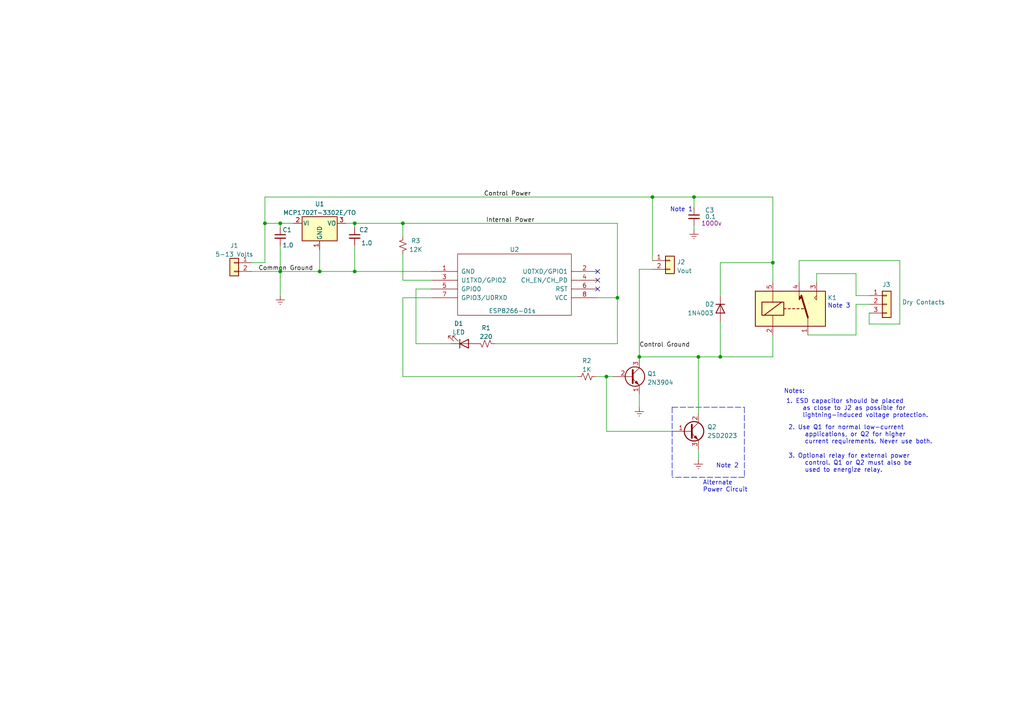
<source format=kicad_sch>
(kicad_sch (version 20211123) (generator eeschema)
  (paper "A4")
  (title_block (title "Run Time Limiter") (date "2023-08-16") (rev "3.0") (company "OmniTronics"))
  (lib_symbols
    (symbol "AZ7029ZTR-E1:2N3904" (pin_names (offset 0) hide)
      (property "Reference" "Q" (at 5.08 1.905 0))
      (property "Value" "2N3904" (at 5.08 0 0))
      (symbol "2N3904_0_1"
        (polyline (pts (xy 0.635 0.635) (xy 2.54 2.54)))
        (polyline (pts (xy 0.635 -0.635) (xy 2.54 -2.54) (xy 2.54 -2.54)))
        (polyline (pts (xy 0.635 1.905) (xy 0.635 -1.905) (xy 0.635 -1.905)) (stroke (width 0.508)))
        (polyline (pts (xy 1.27 -1.778) (xy 1.778 -1.27) (xy 2.286 -2.286) (xy 1.27 -1.778) (xy 1.27 -1.778)) (fill (type outline)))
        (circle (center 1.27 0) (radius 2.8194) (stroke (width 0.254)))
      )
      (symbol "2N3904_1_1"
        (pin passive line (at 2.54 -5.08 90) (length 2.54) (name "E") (number "1"))
        (pin passive line (at -5.08 0 0) (length 5.715) (name "B") (number "2"))
        (pin passive line (at 2.54 5.08 270) (length 2.54) (name "C") (number "3"))
      )
    )
    (symbol "Connector_Generic:Conn_01x03" (pin_names (offset 1.016) hide)
      (property "Reference" "J" (at 0 5.08 0))
      (property "Value" "Conn_01x03" (at 0 -5.08 0))
      (symbol "Conn_01x03_1_1"
        (rectangle (start -1.27 -2.413) (end 0 -2.667) (stroke (width 0.1524)))
        (rectangle (start -1.27 0.127) (end 0 -0.127) (stroke (width 0.1524)))
        (rectangle (start -1.27 2.667) (end 0 2.413) (stroke (width 0.1524)))
        (rectangle (start -1.27 3.81) (end 1.27 -3.81) (stroke (width 0.254)) (fill (type background)))
        (pin passive line (at -5.08 2.54 0) (length 3.81) (name "Pin_1") (number "1"))
        (pin passive line (at -5.08 0 0) (length 3.81) (name "Pin_2") (number "2"))
        (pin passive line (at -5.08 -2.54 0) (length 3.81) (name "Pin_3") (number "3"))
      )
    )
    (symbol "Connector_TH_Headers:Conn_01x02" (pin_names (offset 1.016) hide)
      (property "Reference" "J" (at 0 2.54 0))
      (property "Value" "Conn_01x02" (at 0 -5.08 0))
      (symbol "Conn_01x02_1_1"
        (rectangle (start -1.27 -2.413) (end 0 -2.667) (stroke (width 0.1524)))
        (rectangle (start -1.27 0.127) (end 0 -0.127) (stroke (width 0.1524)))
        (rectangle (start -1.27 1.27) (end 1.27 -3.81) (stroke (width 0.254)) (fill (type background)))
        (pin passive line (at -5.08 0 0) (length 3.81) (name "Pin_1") (number "1"))
        (pin passive line (at -5.08 -2.54 0) (length 3.81) (name "Pin_2") (number "2"))
      )
    )
    (symbol "Device:C_Small" (pin_numbers hide) (pin_names (offset 0.254) hide)
      (property "Reference" "C" (at 0.254 1.778 0))
      (property "Value" "C_Small" (at 0.254 -2.032 0))
      (symbol "C_Small_0_1"
        (polyline (pts (xy -1.524 -0.508) (xy 1.524 -0.508)) (stroke (width 0.3302)))
        (polyline (pts (xy -1.524 0.508) (xy 1.524 0.508)) (stroke (width 0.3048)))
      )
      (symbol "C_Small_1_1"
        (pin passive line (at 0 2.54 270) (length 2.032) (name "~") (number "1"))
        (pin passive line (at 0 -2.54 90) (length 2.032) (name "~") (number "2"))
      )
    )
    (symbol "Device:LED" (pin_numbers hide) (pin_names (offset 1.016) hide)
      (property "Reference" "D" (at 0 2.54 0))
      (property "Value" "LED" (at 0 -2.54 0))
      (symbol "LED_0_1"
        (polyline (pts (xy -1.27 -1.27) (xy -1.27 1.27)) (stroke (width 0.254)))
        (polyline (pts (xy -1.27 0) (xy 1.27 0)))
        (polyline (pts (xy 1.27 -1.27) (xy 1.27 1.27) (xy -1.27 0) (xy 1.27 -1.27)) (stroke (width 0.254)))
        (polyline (pts (xy -3.048 -0.762) (xy -4.572 -2.286) (xy -3.81 -2.286) (xy -4.572 -2.286) (xy -4.572 -1.524)))
        (polyline (pts (xy -1.778 -0.762) (xy -3.302 -2.286) (xy -2.54 -2.286) (xy -3.302 -2.286) (xy -3.302 -1.524)))
      )
      (symbol "LED_1_1"
        (pin passive line (at -3.81 0 0) (length 2.54) (name "K") (number "1"))
        (pin passive line (at 3.81 0 180) (length 2.54) (name "A") (number "2"))
      )
    )
    (symbol "Device:R_Small_US" (pin_numbers hide) (pin_names (offset 0.254) hide)
      (property "Reference" "R" (at 0.762 0.508 0))
      (property "Value" "R_Small_US" (at 0.762 -1.016 0))
      (symbol "R_Small_US_1_1"
        (polyline (pts (xy 0 0) (xy 1.016 -0.381) (xy 0 -0.762) (xy -1.016 -1.143) (xy 0 -1.524)))
        (polyline (pts (xy 0 1.524) (xy 1.016 1.143) (xy 0 0.762) (xy -1.016 0.381) (xy 0 0)))
        (pin passive line (at 0 2.54 270) (length 1.016) (name "~") (number "1"))
        (pin passive line (at 0 -2.54 90) (length 1.016) (name "~") (number "2"))
      )
    )
    (symbol "Diode:1N4003" (pin_numbers hide) (pin_names hide)
      (property "Reference" "D" (at 0 2.54 0))
      (property "Value" "1N4003" (at 0 -2.54 0))
      (symbol "1N4003_0_1"
        (polyline (pts (xy -1.27 1.27) (xy -1.27 -1.27)) (stroke (width 0.254)))
        (polyline (pts (xy 1.27 0) (xy -1.27 0)))
        (polyline (pts (xy 1.27 1.27) (xy 1.27 -1.27) (xy -1.27 0) (xy 1.27 1.27)) (stroke (width 0.254)))
      )
      (symbol "1N4003_1_1"
        (pin passive line (at -3.81 0 0) (length 2.54) (name "K") (number "1"))
        (pin passive line (at 3.81 0 180) (length 2.54) (name "A") (number "2"))
      )
    )
    (symbol "ESP8266:ESP8266-01s" (pin_names (offset 1.016))
      (property "Reference" "U" (at -1.905 7.62 0))
      (property "Value" "ESP8266-01s" (at 0 -6.985 0))
      (symbol "ESP8266-01s_1_0"
        (rectangle (start -16.51 -8.89) (end 16.51 8.89))
      )
      (symbol "ESP8266-01s_1_1"
        (pin power_in line (at -24.13 3.81 0) (length 7.62) (name "GND") (number "1"))
        (pin bidirectional line (at 24.13 3.81 180) (length 7.62) (name "U0TXD/GPIO1") (number "2"))
        (pin bidirectional line (at -24.13 1.27 0) (length 7.62) (name "U1TXD/GPIO2") (number "3"))
        (pin input line (at 24.13 1.27 180) (length 7.62) (name "CH_EN/CH_PD") (number "4"))
        (pin bidirectional line (at -24.13 -1.27 0) (length 7.62) (name "GPIO0") (number "5"))
        (pin input line (at 24.13 -1.27 180) (length 7.62) (name "RST") (number "6"))
        (pin bidirectional line (at -24.13 -3.81 0) (length 7.62) (name "GPIO3/U0RXD") (number "7"))
        (pin power_in line (at 24.13 -3.81 180) (length 7.62) (name "VCC") (number "8"))
      )
    )
    (symbol "Regulator_Linear:MCP1700x-330xxTO" (pin_names (offset 0.254))
      (property "Reference" "U" (at -3.81 -3.175 0))
      (property "Value" "MCP1700x-330xxTO" (at 0 -3.175 0))
      (symbol "MCP1700x-330xxTO_0_1"
        (rectangle (start -5.08 5.08) (end 5.08 -1.905) (stroke (width 0.254)) (fill (type background)))
      )
      (symbol "MCP1700x-330xxTO_1_1"
        (pin power_in line (at 0 7.62 270) (length 2.54) (name "GND") (number "1"))
        (pin power_in line (at -7.62 0 0) (length 2.54) (name "VI") (number "2"))
        (pin power_out line (at 7.62 0 180) (length 2.54) (name "VO") (number "3"))
      )
    )
    (symbol "Relay:SANYOU_SRD_Form_C"
      (property "Reference" "K" (at 11.43 3.81 0))
      (property "Value" "SANYOU_SRD_Form_C" (at 11.43 1.27 0))
      (symbol "SANYOU_SRD_Form_C_0_0"
        (polyline (pts (xy 7.62 5.08) (xy 7.62 2.54) (xy 6.985 3.175) (xy 7.62 3.81)))
      )
      (symbol "SANYOU_SRD_Form_C_0_1"
        (rectangle (start -10.16 5.08) (end 10.16 -5.08) (stroke (width 0.254)) (fill (type background)))
        (rectangle (start -8.255 1.905) (end -1.905 -1.905) (stroke (width 0.254)))
        (polyline (pts (xy -7.62 -1.905) (xy -2.54 1.905)) (stroke (width 0.254)))
        (polyline (pts (xy -5.08 -5.08) (xy -5.08 -1.905)))
        (polyline (pts (xy -5.08 5.08) (xy -5.08 1.905)))
        (polyline (pts (xy -1.905 0) (xy -1.27 0)) (stroke (width 0.254)))
        (polyline (pts (xy -0.635 0) (xy 0 0)) (stroke (width 0.254)))
        (polyline (pts (xy 0.635 0) (xy 1.27 0)) (stroke (width 0.254)))
        (polyline (pts (xy 1.905 0) (xy 2.54 0)) (stroke (width 0.254)))
        (polyline (pts (xy 3.175 0) (xy 3.81 0)) (stroke (width 0.254)))
        (polyline (pts (xy 5.08 -2.54) (xy 3.175 3.81)) (stroke (width 0.508)))
        (polyline (pts (xy 5.08 -2.54) (xy 5.08 -5.08)))
      )
      (symbol "SANYOU_SRD_Form_C_1_1"
        (polyline (pts (xy 2.54 3.81) (xy 3.175 3.175) (xy 2.54 2.54) (xy 2.54 5.08)) (fill (type outline)))
        (pin passive line (at 5.08 -7.62 90) (length 2.54) (name "~") (number "1"))
        (pin passive line (at -5.08 -7.62 90) (length 2.54) (name "~") (number "2"))
        (pin passive line (at 7.62 7.62 270) (length 2.54) (name "~") (number "3"))
        (pin passive line (at 2.54 7.62 270) (length 2.54) (name "~") (number "4"))
        (pin passive line (at -5.08 7.62 270) (length 2.54) (name "~") (number "5"))
      )
    )
    (symbol "Transistor_BJT:2SC1945" (pin_names (offset 0) hide)
      (property "Reference" "Q1(alt)" (at 5.08 1.27 0))
      (property "Value" "2SD2023" (at 5.08 -1.27 0))
      (symbol "2SC1945_0_1"
        (polyline (pts (xy 0 0) (xy 0.635 0)))
        (polyline (pts (xy 2.54 2.54) (xy 0.635 0.635)))
        (polyline (pts (xy 0.635 1.905) (xy 0.635 -1.905) (xy 0.635 -1.905)) (stroke (width 0.508)))
        (polyline (pts (xy 2.286 -2.286) (xy 1.778 -1.778) (xy 1.778 -1.778)))
        (polyline (pts (xy 2.54 -2.54) (xy 0.635 -0.635) (xy 1.27 -1.27)) (fill (type outline)))
        (polyline (pts (xy 1.27 -1.778) (xy 1.778 -1.27) (xy 2.286 -2.286) (xy 1.27 -1.778) (xy 1.27 -1.778)) (fill (type outline)))
        (circle (center 1.27 0) (radius 2.8194) (stroke (width 0.3048)))
      )
      (symbol "2SC1945_1_1"
        (pin input line (at -5.08 0 0) (length 5.08) (name "B") (number "1"))
        (pin passive line (at 2.54 5.08 270) (length 2.54) (name "C") (number "2"))
        (pin passive line (at 2.54 -5.08 90) (length 2.54) (name "E") (number "3"))
      )
    )
    (symbol "power:GNDREF" (power) (pin_names (offset 0))
      (property "Value" "GNDREF" (at 0 -3.81 0))
      (symbol "GNDREF_0_1"
        (polyline (pts (xy -0.635 -1.905) (xy 0.635 -1.905)))
        (polyline (pts (xy -0.127 -2.54) (xy 0.127 -2.54)))
        (polyline (pts (xy 0 -1.27) (xy 0 0)))
        (polyline (pts (xy 1.27 -1.27) (xy -1.27 -1.27)))
      )
      (symbol "GNDREF_1_1"
        (pin power_in line (at 0 0 270) (length 0) hide (name "GNDREF") (number "1"))
      )
    )
  )
  (junction (at 201.295 57.15))
  (junction (at 189.23 57.15))
  (junction (at 175.895 109.22))
  (junction (at 208.915 103.505))
  (junction (at 81.28 64.77))
  (junction (at 116.84 64.77))
  (junction (at 179.07 86.36))
  (junction (at 76.835 64.77))
  (junction (at 92.71 78.74))
  (junction (at 81.28 78.74))
  (junction (at 185.42 103.505))
  (junction (at 102.87 78.74))
  (junction (at 202.565 103.505))
  (junction (at 224.155 76.2))
  (junction (at 102.87 64.77))
  (no_connect (at 173.355 81.28))
  (no_connect (at 173.355 78.74))
  (no_connect (at 173.355 83.82))
  (wire (pts (xy 224.155 97.155) (xy 224.155 103.505)))
  (wire (pts (xy 252.095 93.98) (xy 260.985 93.98)))
  (wire (pts (xy 236.855 81.915) (xy 236.855 79.375)))
  (wire (pts (xy 73.025 76.2) (xy 76.835 76.2)))
  (wire (pts (xy 194.945 125.095) (xy 175.895 125.095)))
  (wire (pts (xy 102.87 71.12) (xy 102.87 78.74)))
  (wire (pts (xy 76.835 64.77) (xy 81.28 64.77)))
  (wire (pts (xy 120.65 99.695) (xy 120.65 83.82)))
  (wire (pts (xy 130.81 99.695) (xy 120.65 99.695)))
  (wire (pts (xy 252.095 90.805) (xy 252.095 93.98)))
  (wire (pts (xy 248.285 85.725) (xy 252.095 85.725)))
  (wire (pts (xy 102.87 64.77) (xy 102.87 66.04)))
  (wire (pts (xy 208.915 85.725) (xy 208.915 76.2)))
  (wire (pts (xy 189.23 78.105) (xy 185.42 78.105)))
  (wire (pts (xy 248.285 79.375) (xy 248.285 85.725)))
  (wire (pts (xy 185.42 103.505) (xy 185.42 104.14)))
  (wire (pts (xy 116.84 64.77) (xy 179.07 64.77)))
  (wire (pts (xy 260.985 93.98) (xy 260.985 75.565)))
  (wire (pts (xy 120.65 83.82) (xy 125.095 83.82)))
  (wire (pts (xy 125.095 81.28) (xy 116.84 81.28)))
  (polyline (pts (xy 194.945 118.11) (xy 215.9 118.11)))
  (wire (pts (xy 260.985 75.565) (xy 231.775 75.565)))
  (wire (pts (xy 116.84 64.77) (xy 116.84 68.58)))
  (wire (pts (xy 81.28 71.12) (xy 81.28 78.74)))
  (wire (pts (xy 175.895 125.095) (xy 175.895 109.22)))
  (wire (pts (xy 175.895 109.22) (xy 177.8 109.22)))
  (wire (pts (xy 92.71 78.74) (xy 102.87 78.74)))
  (wire (pts (xy 231.775 75.565) (xy 231.775 81.915)))
  (wire (pts (xy 224.155 81.915) (xy 224.155 76.2)))
  (wire (pts (xy 202.565 120.015) (xy 202.565 103.505)))
  (wire (pts (xy 179.07 86.36) (xy 179.07 64.77)))
  (wire (pts (xy 167.64 109.22) (xy 116.84 109.22)))
  (wire (pts (xy 116.84 109.22) (xy 116.84 86.36)))
  (wire (pts (xy 236.855 79.375) (xy 248.285 79.375)))
  (polyline (pts (xy 194.945 118.11) (xy 194.945 138.43)))
  (wire (pts (xy 208.915 103.505) (xy 224.155 103.505)))
  (wire (pts (xy 116.84 86.36) (xy 125.095 86.36)))
  (wire (pts (xy 248.285 97.155) (xy 248.285 88.265)))
  (wire (pts (xy 201.295 57.15) (xy 224.155 57.15)))
  (wire (pts (xy 202.565 103.505) (xy 185.42 103.505)))
  (wire (pts (xy 234.315 97.155) (xy 248.285 97.155)))
  (wire (pts (xy 76.835 57.15) (xy 76.835 64.77)))
  (wire (pts (xy 202.565 130.175) (xy 202.565 133.35)))
  (wire (pts (xy 143.51 99.695) (xy 179.07 99.695)))
  (wire (pts (xy 173.355 86.36) (xy 179.07 86.36)))
  (wire (pts (xy 202.565 103.505) (xy 208.915 103.505)))
  (wire (pts (xy 92.71 72.39) (xy 92.71 78.74)))
  (wire (pts (xy 189.23 57.15) (xy 76.835 57.15)))
  (wire (pts (xy 81.28 78.74) (xy 92.71 78.74)))
  (wire (pts (xy 189.23 75.565) (xy 189.23 57.15)))
  (wire (pts (xy 76.835 76.2) (xy 76.835 64.77)))
  (wire (pts (xy 224.155 76.2) (xy 224.155 57.15)))
  (wire (pts (xy 185.42 78.105) (xy 185.42 103.505)))
  (polyline (pts (xy 215.9 118.11) (xy 215.9 138.43)))
  (wire (pts (xy 73.025 78.74) (xy 81.28 78.74)))
  (wire (pts (xy 201.295 65.405) (xy 201.295 66.675)))
  (wire (pts (xy 100.33 64.77) (xy 102.87 64.77)))
  (wire (pts (xy 81.28 64.77) (xy 85.09 64.77)))
  (wire (pts (xy 102.87 78.74) (xy 125.095 78.74)))
  (wire (pts (xy 81.28 78.74) (xy 81.28 85.725)))
  (wire (pts (xy 102.87 64.77) (xy 116.84 64.77)))
  (wire (pts (xy 248.285 88.265) (xy 252.095 88.265)))
  (wire (pts (xy 201.295 57.15) (xy 189.23 57.15)))
  (wire (pts (xy 201.295 57.15) (xy 201.295 60.325)))
  (wire (pts (xy 81.28 64.77) (xy 81.28 66.04)))
  (wire (pts (xy 208.915 93.345) (xy 208.915 103.505)))
  (wire (pts (xy 172.72 109.22) (xy 175.895 109.22)))
  (wire (pts (xy 116.84 81.28) (xy 116.84 73.66)))
  (wire (pts (xy 179.07 99.695) (xy 179.07 86.36)))
  (polyline (pts (xy 215.9 138.43) (xy 194.945 138.43)))
  (wire (pts (xy 185.42 114.3) (xy 185.42 118.11)))
  (wire (pts (xy 208.915 76.2) (xy 224.155 76.2)))
  (text "Note 3" (at 240.03 89.535 0) (effects (font (size 1.27 1.27)) (justify left bottom)))
  (text "Notes:" (at 227.33 114.3 0) (effects (font (size 1.27 1.27)) (justify left bottom)))
  (text "3. Optional relay for external power \n	control. Q1 or Q2 must also be \n	used to energize relay." (at 228.6 137.16 0) (effects (font (size 1.27 1.27)) (justify left bottom)))
  (text "1. ESD capacitor should be placed\n	as close to J2 as possible for\n	lightning-induced voltage protection." (at 227.965 121.285 0) (effects (font (size 1.27 1.27)) (justify left bottom)))
  (text "Alternate\nPower Circuit" (at 203.835 142.875 0) (effects (font (size 1.27 1.27)) (justify left bottom)))
  (text "Note 1" (at 194.31 61.595 0) (effects (font (size 1.27 1.27)) (justify left bottom)))
  (text "Note 2" (at 207.645 135.89 0) (effects (font (size 1.27 1.27)) (justify left bottom)))
  (text "2. Use Q1 for normal low-current \n	applications, or Q2 for higher\n	current requirements. Never use both." (at 228.6 128.905 0) (effects (font (size 1.27 1.27)) (justify left bottom)))
  (label "Control Ground" (at 185.42 100.965 0))
  (label "Common Ground" (at 74.93 78.74 0))
  (label "Internal Power" (at 140.97 64.77 0))
  (label "Control Power" (at 140.335 57.15 0))
  (symbol (lib_id "AZ7029ZTR-E1:2N3904") (at 182.88 109.22 0) (unit 1)
    (property "Reference" "Q1" (at 187.7314 108.3853 0) (effects (justify left)))
    (property "Value" "2N3904" (at 187.7314 110.9222 0) (effects (justify left)))
    (property "Footprint" "Package_TO_SOT_THT:TO-92_Inline" (effects hide))
    (property "Datasheet" "https://www.onsemi.com/pub/Collateral/2N3903-D.PDF" (effects hide))
  )
  (symbol (lib_id "power:GNDREF") (at 81.28 85.725 0) (unit 1)
    (property "Reference" "#PWR0101" (effects hide))
    (property "Value" "GNDREF" (effects hide))
  )
  (symbol (lib_id "Regulator_Linear:MCP1700x-330xxTO") (at 92.71 64.77 0) (mirror x) (unit 1)
    (property "Reference" "U1" (at 92.71 59.1652 0))
    (property "Value" "MCP1702T-3302E/TO" (at 92.71 61.7021 0))
    (property "Footprint" "Package_TO_SOT_THT:TO-92_Inline" (effects hide))
    (property "Datasheet" "http://ww1.microchip.com/downloads/en/DeviceDoc/20001826D.pdf" (effects hide))
  )
  (symbol (lib_id "Device:R_Small_US") (at 140.97 99.695 90) (mirror x) (unit 1)
    (property "Reference" "R1" (at 140.97 95.1062 90))
    (property "Value" "220" (at 140.97 97.6431 90))
    (property "Footprint" "Resistor_THT:R_Axial_DIN0207_L6.3mm_D2.5mm_P10.16mm_Horizontal" (effects hide))
  )
  (symbol (lib_id "Connector_TH_Headers:Conn_01x02") (at 194.31 75.565 0) (unit 1)
    (property "Reference" "J2" (at 196.342 76.0003 0) (effects (justify left)))
    (property "Value" "Vout" (at 196.342 78.5372 0) (effects (justify left)))
    (property "Footprint" "Connector_PinHeader_2.54mm:PinHeader_1x02_P2.54mm_Vertical" (effects hide))
  )
  (symbol (lib_id "power:GNDREF") (at 202.565 133.35 0) (unit 1)
    (property "Reference" "#PWR0103" (effects hide))
    (property "Value" "GNDREF" (effects hide))
  )
  (symbol (lib_id "power:GNDREF") (at 185.42 118.11 0) (unit 1)
    (property "Reference" "#PWR0102" (effects hide))
    (property "Value" "GNDREF" (effects hide))
  )
  (symbol (lib_id "power:GNDREF") (at 201.295 66.675 0) (unit 1)
    (property "Reference" "#PWR0104" (effects hide))
    (property "Value" "GNDREF" (effects hide))
  )
  (symbol (lib_id "Device:C_Small") (at 102.87 68.58 0) (unit 1)
    (property "Reference" "C2" (at 104.14 66.675 0) (effects (justify left)))
    (property "Value" "1.0" (at 104.775 70.485 0) (effects (justify left)))
    (property "Footprint" "Capacitor_THT:CP_Radial_Tantal_D4.5mm_P2.50mm" (effects hide))
  )
  (symbol (lib_id "Relay:SANYOU_SRD_Form_C") (at 229.235 89.535 0) (unit 1)
    (property "Reference" "K1" (at 240.03 86.36 0) (effects (justify left)))
    (property "Value" "Relay" (effects hide))
    (property "Footprint" "Relay_THT:Relay_SPDT_SANYOU_SRD_Series_Form_C" (effects hide))
    (property "Datasheet" "http://www.sanyourelay.ca/public/products/pdf/SRD.pdf" (effects hide))
  )
  (symbol (lib_id "Device:LED") (at 134.62 99.695 0) (mirror x) (unit 1)
    (property "Reference" "D1" (at 133.0325 93.8362 0))
    (property "Value" "LED" (at 133.0325 96.3731 0))
    (property "Footprint" "LED_THT:LED_D5.0mm" (effects hide))
  )
  (symbol (lib_id "Device:C_Small") (at 201.295 62.865 0) (unit 1)
    (property "Reference" "C3" (at 204.47 60.96 0) (effects (justify left)))
    (property "Value" "0.1" (at 204.47 62.865 0) (effects (justify left)))
    (property "Footprint" "Capacitor_THT:C_Disc_D10.5mm_W5.0mm_P10.00mm" (effects hide))
    (property "Rating" "1000v" (at 206.375 64.77 0))
  )
  (symbol (lib_id "Transistor_BJT:2SC1945") (at 200.025 125.095 0) (unit 1)
    (property "Reference" "Q2" (at 205.105 123.825 0) (effects (justify left)))
    (property "Value" "2SD2023" (at 205.105 126.365 0) (effects (justify left)))
    (property "Footprint" "Package_TO_SOT_THT:TO-220-3_Vertical" (effects hide))
    (property "Datasheet" "https://pdf1.alldatasheet.com/datasheet-pdf/view/271672/SAVANTIC/2SD2023.html" (effects hide))
  )
  (symbol (lib_id "Connector_TH_Headers:Conn_01x02") (at 67.945 76.2 0) (mirror y) (unit 1)
    (property "Reference" "J1" (at 67.945 71.2302 0))
    (property "Value" "5-13 Volts" (at 67.945 73.7671 0))
    (property "Footprint" "Connector_PinHeader_2.54mm:PinHeader_1x02_P2.54mm_Vertical" (effects hide))
  )
  (symbol (lib_id "Device:R_Small_US") (at 170.18 109.22 270) (unit 1)
    (property "Reference" "R2" (at 170.18 104.6312 90))
    (property "Value" "1K" (at 170.18 107.1681 90))
    (property "Footprint" "Resistor_THT:R_Axial_DIN0207_L6.3mm_D2.5mm_P10.16mm_Horizontal" (effects hide))
  )
  (symbol (lib_id "Diode:1N4003") (at 208.915 89.535 270) (unit 1)
    (property "Reference" "D2" (at 204.47 88.265 90) (effects (justify left)))
    (property "Value" "1N4003" (at 199.39 90.805 90) (effects (justify left)))
    (property "Footprint" "Diode_THT:D_DO-41_SOD81_P10.16mm_Horizontal" (effects hide))
    (property "Datasheet" "http://www.vishay.com/docs/88503/1n4001.pdf" (effects hide))
  )
  (symbol (lib_id "Device:C_Small") (at 81.28 68.58 0) (unit 1)
    (property "Reference" "C1" (at 81.915 66.675 0) (effects (justify left)))
    (property "Value" "1.0" (at 81.915 71.12 0) (effects (justify left)))
    (property "Footprint" "Capacitor_THT:CP_Radial_Tantal_D4.5mm_P2.50mm" (effects hide))
  )
  (symbol (lib_id "Device:R_Small_US") (at 116.84 71.12 0) (mirror x) (unit 1)
    (property "Reference" "R3" (at 121.92 69.85 0) (effects (justify right)))
    (property "Value" "12K" (at 122.555 72.39 0) (effects (justify right)))
    (property "Footprint" "Resistor_THT:R_Axial_DIN0207_L6.3mm_D2.5mm_P10.16mm_Horizontal" (effects hide))
  )
  (symbol (lib_id "Connector_Generic:Conn_01x03") (at 257.175 88.265 0) (unit 1)
    (property "Reference" "J3" (at 255.905 82.55 0) (effects (justify left)))
    (property "Value" "Dry Contacts" (at 261.62 87.63 0) (effects (justify left)))
    (property "Footprint" "Connector_PinHeader_2.54mm:PinHeader_1x03_P2.54mm_Vertical" (effects hide))
  )
  (symbol (lib_id "ESP8266:ESP8266-01s") (at 149.225 82.55 0) (unit 1)
    (property "Reference" "U2" (at 149.225 72.39 0))
    (property "Value" "ESP8266-01s" (at 148.59 90.17 0))
    (property "Footprint" "ESP8266:ESP8266-01s" (effects hide))
    (property "Datasheet" "https://www.universal-solder.ca/downloads/esp8266_series_modules_user_manual_en.pdf" (effects hide))
  )
)
</source>
